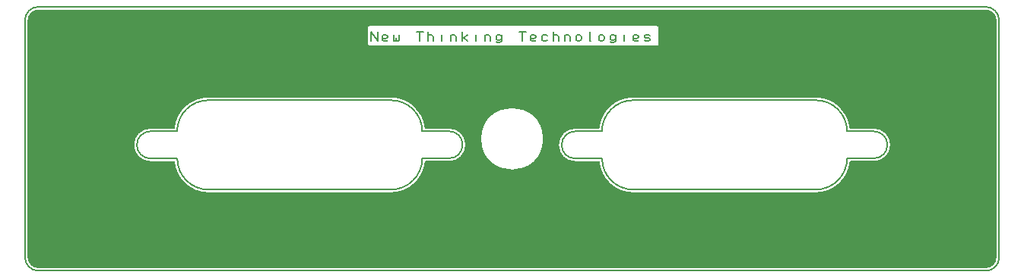
<source format=gbr>
%FSLAX36Y36*%
%MOMM*%
G04 EasyPC Gerber Version 18.0.8 Build 3632 *
%ADD11C,0.12700*%
%ADD12C,0.20000*%
%ADD15C,5.00000*%
X0Y0D02*
D02*
D11*
X26087500Y45131700D02*
G75*
G03X24968500Y44012700J-1119000D01*
G01*
Y17512700*
G75*
G03X26087500Y16393700I1119000*
G01*
X131587500*
G75*
G03X132706500Y17512700J1119000*
G01*
Y44012700*
G75*
G03X131587500Y45131700I-1119000*
G01*
X26087500*
X38537500Y31974300D02*
X41169900D01*
G75*
G02X45016500Y35458700I3846600J-381000*
G01*
X65358700*
G75*
G02X69199000Y31980500J-3859100*
G01*
X71850100*
G75*
G02X73706700Y30123900J-1856600*
G01*
Y30068100*
G75*
G02X71843900Y28205300I-1862800*
G01*
X69199100*
G75*
G02X65340100Y24708500I-3859000J381000*
G01*
X45022700*
G75*
G02X41187400Y28192900J3853000*
G01*
X38531300*
G75*
G02X36668500Y30055700J1862800*
G01*
Y30105300*
G75*
G02X38537500Y31974300I1869000*
G01*
X62987500Y41095200D02*
G75*
G02X62670000Y41412700J317500D01*
G01*
Y43136700*
G75*
G02X62987500Y43454200I317500*
G01*
X94937500*
G75*
G02X95255000Y43136700J-317500*
G01*
Y41412700*
G75*
G02X94937500Y41095200I-317500*
G01*
X62987500*
X75320000Y30762700D02*
G75*
G02X82355000I3517500D01*
G01*
G75*
G02X75320000I-3517500*
G01*
X85849700Y31974300D02*
X88482100D01*
G75*
G02X92328700Y35458700I3846600J-381000*
G01*
X112670900*
G75*
G02X116511200Y31980500J-3859100*
G01*
X119162300*
G75*
G02X121018900Y30123900J-1856600*
G01*
Y30068100*
G75*
G02X119156100Y28205300I-1862800*
G01*
X116511300*
G75*
G02X112652300Y24708500I-3859000J381000*
G01*
X92334900*
G75*
G02X88499600Y28192900J3853000*
G01*
X85843500*
G75*
G02X83980700Y30055700J1862800*
G01*
Y30105300*
G75*
G02X85849700Y31974300I1869000*
G01*
X24968500Y30083600D02*
G36*
Y17512700D01*
G75*
G03X26087500Y16393700I1119000*
G01*
X131587500*
G75*
G03X132706500Y17512700J1119000*
G01*
Y30083600*
X121018900*
Y30068100*
G75*
G02X119156100Y28205300I-1862800*
G01*
X116511300*
G75*
G02X112652300Y24708500I-3859000J381000*
G01*
X92334900*
G75*
G02X88499600Y28192900J3853000*
G01*
X85843500*
G75*
G02X83980700Y30055700J1862800*
G01*
Y30083600*
X82288800*
G75*
G02X75386200I-3451300J679100*
G01*
X73706700*
Y30068100*
G75*
G02X71843900Y28205300I-1862800*
G01*
X69199100*
G75*
G02X65340100Y24708500I-3859000J381000*
G01*
X45022700*
G75*
G02X41187400Y28192900J3853000*
G01*
X38531300*
G75*
G02X36668500Y30055700J1862800*
G01*
Y30083600*
X24968500*
G37*
X36668500D02*
G36*
Y30105300D01*
G75*
G02X38537500Y31974300I1869000*
G01*
X41169900*
G75*
G02X45016500Y35458700I3846600J-381000*
G01*
X65358700*
G75*
G02X69199000Y31980500J-3859100*
G01*
X71850100*
G75*
G02X73706700Y30123900J-1856600*
G01*
Y30083600*
X75386200*
G75*
G02X75320000Y30762700I3451200J679200*
G01*
G75*
G02X82355000I3517500*
G01*
G75*
G02X82288800Y30083600I-3517700J100*
G01*
X83980700*
Y30105300*
G75*
G02X85849700Y31974300I1869000*
G01*
X88482100*
G75*
G02X92328700Y35458700I3846600J-381000*
G01*
X112670900*
G75*
G02X116511200Y31980500J-3859100*
G01*
X119162300*
G75*
G02X121018900Y30123900J-1856600*
G01*
Y30083600*
X132706500*
Y42274700*
X95255000*
Y41412700*
G75*
G02X94937500Y41095200I-317500*
G01*
X62987500*
G75*
G02X62670000Y41412700J317500*
G01*
Y42274700*
X24968500*
Y30083600*
X36668500*
G37*
X62670000Y42274700D02*
G36*
Y43136700D01*
G75*
G02X62987500Y43454200I317500*
G01*
X94937500*
G75*
G02X95255000Y43136700J-317500*
G01*
Y42274700*
X132706500*
Y44012700*
G75*
G03X131587500Y45131700I-1119000*
G01*
X26087500*
G75*
G03X24968500Y44012700J-1119000*
G01*
Y42274700*
X62670000*
G37*
X26087500Y45512700D02*
G75*
G03X24587500Y44012700J-1500000D01*
G01*
Y17512700*
G75*
G03X26087500Y16012700I1500000*
G01*
X131587500*
G75*
G03X133087500Y17512700J1500000*
G01*
Y44012700*
G75*
G03X131587500Y45512700I-1500000*
G01*
X26087500*
X45016500Y35077700D02*
G75*
G03X41532100Y31593300J-3484400D01*
G01*
X38537500*
G75*
G03X37049500Y30105300J-1488000*
G01*
Y30055700*
G75*
G03X38531300Y28573900I1481800*
G01*
X41550700*
Y28561500*
G75*
G03X45022700Y25089500I3472000*
G01*
X65340100*
G75*
G03X68836900Y28586300J3496800*
G01*
X71843900*
G75*
G03X73325700Y30068100J1481800*
G01*
Y30123900*
G75*
G03X71850100Y31599500I-1475600*
G01*
X68836900*
G75*
G03X65358700Y35077700I-3478200*
G01*
X45016500*
X92328700D02*
G75*
G03X88844300Y31593300J-3484400D01*
G01*
X85849700*
G75*
G03X84361700Y30105300J-1488000*
G01*
Y30055700*
G75*
G03X85843500Y28573900I1481800*
G01*
X88862900*
Y28561500*
G75*
G03X92334900Y25089500I3472000*
G01*
X112652300*
G75*
G03X116149100Y28586300J3496800*
G01*
X119156100*
G75*
G03X120637900Y30068100J1481800*
G01*
Y30123900*
G75*
G03X119162300Y31599500I-1475600*
G01*
X116149100*
G75*
G03X112670900Y35077700I-3478200*
G01*
X92328700*
D02*
D12*
X63087500Y41750800D02*
Y42703300D01*
X63881300Y41750800*
Y42703300*
X64992500Y41830200D02*
X64913100Y41750800D01*
X64754400*
X64595600*
X64436900Y41830200*
X64357500Y41989000*
Y42227100*
X64436900Y42306500*
X64595600Y42385800*
X64754400*
X64913100Y42306500*
X64992500Y42227100*
Y42147700*
X64913100Y42068300*
X64754400Y41989000*
X64595600*
X64436900Y42068300*
X64357500Y42147700*
X65627500Y42385800D02*
Y41830200D01*
X65706900Y41750800*
X65865600*
X65945000Y41830200*
Y42068300*
Y41830200D02*
X66024400Y41750800D01*
X66183100*
X66262500Y41830200*
Y42385800*
X68564400Y41750800D02*
Y42703300D01*
X68167500D02*
X68961300D01*
X69437500Y41750800D02*
Y42703300D01*
Y42147700D02*
X69516900Y42306500D01*
X69675600Y42385800*
X69834400*
X69993100Y42306500*
X70072500Y42147700*
Y41750800*
X71025000D02*
Y42385800D01*
Y42624000D02*
X71977500Y41750800*
Y42385800D01*
Y42147700D02*
X72056900Y42306500D01*
X72215600Y42385800*
X72374400*
X72533100Y42306500*
X72612500Y42147700*
Y41750800*
X73247500D02*
Y42703300D01*
Y42068300D02*
X73485600D01*
X73882500Y42385800*
X73485600Y42068300D02*
X73882500Y41750800D01*
X74835000D02*
Y42385800D01*
Y42624000D02*
X75787500Y41750800*
Y42385800D01*
Y42147700D02*
X75866900Y42306500D01*
X76025600Y42385800*
X76184400*
X76343100Y42306500*
X76422500Y42147700*
Y41750800*
X77692500Y42147700D02*
X77613100Y42306500D01*
X77454400Y42385800*
X77295600*
X77136900Y42306500*
X77057500Y42147700*
Y42068300*
X77136900Y41909600*
X77295600Y41830200*
X77454400*
X77613100Y41909600*
X77692500Y42068300*
Y42385800D02*
Y41750800D01*
X77613100Y41592100*
X77454400Y41512700*
X77216300*
X77057500Y41592100*
X79994400Y41750800D02*
Y42703300D01*
X79597500D02*
X80391300D01*
X81502500Y41830200D02*
X81423100Y41750800D01*
X81264400*
X81105600*
X80946900Y41830200*
X80867500Y41989000*
Y42227100*
X80946900Y42306500*
X81105600Y42385800*
X81264400*
X81423100Y42306500*
X81502500Y42227100*
Y42147700*
X81423100Y42068300*
X81264400Y41989000*
X81105600*
X80946900Y42068300*
X80867500Y42147700*
X82772500Y42306500D02*
X82613800Y42385800D01*
X82375600*
X82216900Y42306500*
X82137500Y42147700*
Y41989000*
X82216900Y41830200*
X82375600Y41750800*
X82613800*
X82772500Y41830200*
X83407500Y41750800D02*
Y42703300D01*
Y42147700D02*
X83486900Y42306500D01*
X83645600Y42385800*
X83804400*
X83963100Y42306500*
X84042500Y42147700*
Y41750800*
X84677500D02*
Y42385800D01*
Y42147700D02*
X84756900Y42306500D01*
X84915600Y42385800*
X85074400*
X85233100Y42306500*
X85312500Y42147700*
Y41750800*
X85947500Y41989000D02*
X86026900Y41830200D01*
X86185600Y41750800*
X86344400*
X86503100Y41830200*
X86582500Y41989000*
Y42147700*
X86503100Y42306500*
X86344400Y42385800*
X86185600*
X86026900Y42306500*
X85947500Y42147700*
Y41989000*
X87614400Y41750800D02*
X87535000D01*
Y42703300*
X88487500Y41989000D02*
X88566900Y41830200D01*
X88725600Y41750800*
X88884400*
X89043100Y41830200*
X89122500Y41989000*
Y42147700*
X89043100Y42306500*
X88884400Y42385800*
X88725600*
X88566900Y42306500*
X88487500Y42147700*
Y41989000*
X90392500Y42147700D02*
X90313100Y42306500D01*
X90154400Y42385800*
X89995600*
X89836900Y42306500*
X89757500Y42147700*
Y42068300*
X89836900Y41909600*
X89995600Y41830200*
X90154400*
X90313100Y41909600*
X90392500Y42068300*
Y42385800D02*
Y41750800D01*
X90313100Y41592100*
X90154400Y41512700*
X89916300*
X89757500Y41592100*
X91345000Y41750800D02*
Y42385800D01*
Y42624000D02*
X92932500Y41830200*
X92853100Y41750800D01*
X92694400*
X92535600*
X92376900Y41830200*
X92297500Y41989000*
Y42227100*
X92376900Y42306500*
X92535600Y42385800*
X92694400*
X92853100Y42306500*
X92932500Y42227100*
Y42147700*
X92853100Y42068300*
X92694400Y41989000*
X92535600*
X92376900Y42068300*
X92297500Y42147700*
X93567500Y41830200D02*
X93726300Y41750800D01*
X94043800*
X94202500Y41830200*
Y41989000*
X94043800Y42068300*
X93726300*
X93567500Y42147700*
Y42306500*
X93726300Y42385800*
X94043800*
X94202500Y42306500*
D02*
D15*
X30587500Y19262700D03*
Y40762700D03*
X127087500Y19262700D03*
Y40762700D03*
X0Y0D02*
M02*

</source>
